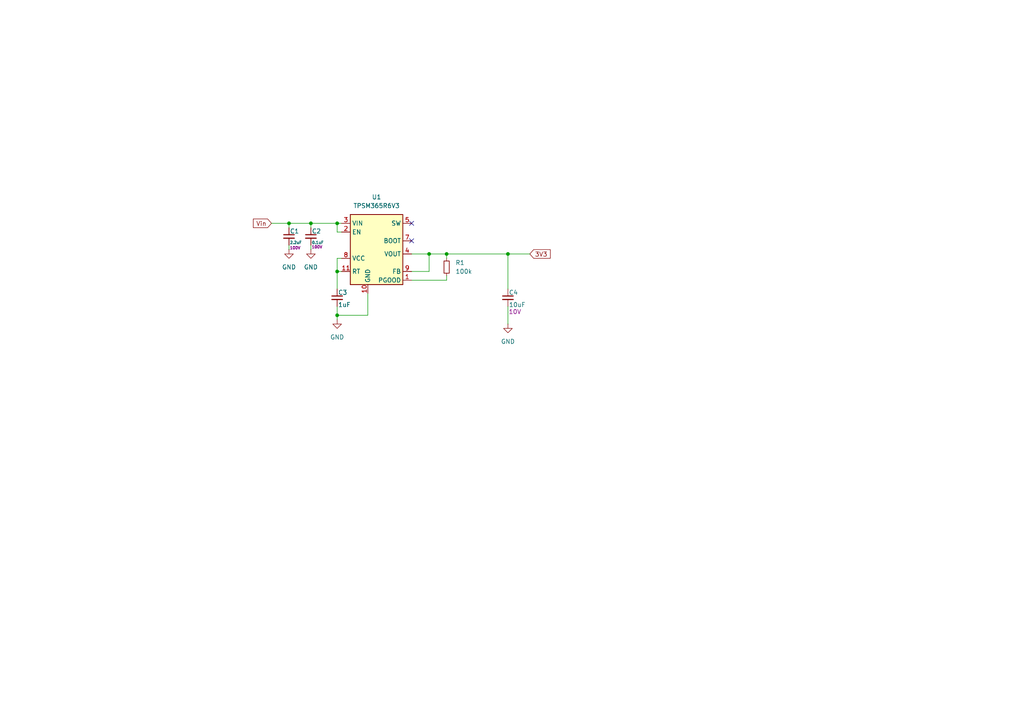
<source format=kicad_sch>
(kicad_sch (version 20231120) (generator "eeschema") (generator_version "8.0")
  (paper "A4")
  (lib_symbols
    (symbol "Device:C_Small" (pin_numbers hide) (pin_names (offset 0.254) hide)
      (property "Reference" "C" (at 0.254 1.778 0))
      (property "Value" "C_Small" (at 0.254 -2.032 0))
      (symbol "C_Small_0_1"
        (polyline (pts (xy -1.524 -0.508) (xy 1.524 -0.508)) (stroke (width 0.3302)))
        (polyline (pts (xy -1.524 0.508) (xy 1.524 0.508)) (stroke (width 0.3048)))
      )
      (symbol "C_Small_1_1"
        (pin passive line (at 0 2.54 270) (length 2.032) (name "~") (number "1"))
        (pin passive line (at 0 -2.54 90) (length 2.032) (name "~") (number "2"))
      )
    )
    (symbol "Device:R_Small" (pin_numbers hide) (pin_names (offset 0.254) hide)
      (property "Reference" "R" (at 0.762 0.508 0))
      (property "Value" "R_Small" (at 0.762 -1.016 0))
      (symbol "R_Small_0_1"
        (rectangle (start -0.762 1.778) (end 0.762 -1.778) (stroke (width 0.2032)))
      )
      (symbol "R_Small_1_1"
        (pin passive line (at 0 2.54 270) (length 0.762) (name "~") (number "1"))
        (pin passive line (at 0 -2.54 90) (length 0.762) (name "~") (number "2"))
      )
    )
    (symbol "Enerwize:TPSM365R6"
      (property "Reference" "U" (at 0 15.24 0))
      (property "Value" " TPSM365R6" (at -6.858 11.938 0))
      (symbol "TPSM365R6_0_1"
        (rectangle (start -7.62 10.16) (end 7.62 -10.16) (stroke (width 0.254)) (fill (type background)))
      )
      (symbol "TPSM365R6_1_1"
        (pin open_collector line (at 10.16 -8.89 180) (length 2.54) (name "PGOOD") (number "1"))
        (pin power_in line (at -2.54 -12.7 90) (length 2.54) (name "GND") (number "10"))
        (pin passive line (at -10.16 -6.35 0) (length 2.54) (name "RT") (number "11"))
        (pin input line (at -10.16 5.08 0) (length 2.54) (name "EN") (number "2"))
        (pin power_in line (at -10.16 7.62 0) (length 2.54) (name "VIN") (number "3"))
        (pin power_out line (at 10.16 -1.27 180) (length 2.54) (name "VOUT") (number "4"))
        (pin power_out line (at 10.16 7.62 180) (length 2.54) (name "SW") (number "5"))
        (pin power_out line (at 10.16 7.62 180) (length 2.54) hide (name "SW") (number "6"))
        (pin power_out line (at 10.16 2.54 180) (length 2.54) (name "BOOT") (number "7"))
        (pin passive line (at -10.16 -2.54 0) (length 2.54) (name "VCC") (number "8"))
        (pin input line (at 10.16 -6.35 180) (length 2.54) (name "FB") (number "9"))
      )
    )
    (symbol "power:GND" (power) (pin_numbers hide) (pin_names (offset 0) hide)
      (property "Value" "GND" (at 0 -3.81 0))
      (symbol "GND_0_1"
        (polyline (pts (xy 0 0) (xy 0 -1.27) (xy 1.27 -1.27) (xy 0 -2.54) (xy -1.27 -1.27) (xy 0 -1.27)))
      )
      (symbol "GND_1_1"
        (pin power_in line (at 0 0 270) (length 0) (name "~") (number "1"))
      )
    )
  )
  (junction (at 129.54 73.66))
  (junction (at 97.79 64.77))
  (junction (at 124.46 73.66))
  (junction (at 90.17 64.77))
  (junction (at 97.79 91.44))
  (junction (at 83.82 64.77))
  (junction (at 97.79 78.74))
  (junction (at 147.32 73.66))
  (no_connect (at 119.38 64.77))
  (no_connect (at 119.38 69.85))
  (wire (pts (xy 97.79 91.44) (xy 97.79 92.71)))
  (wire (pts (xy 129.54 73.66) (xy 124.46 73.66)))
  (wire (pts (xy 106.68 91.44) (xy 97.79 91.44)))
  (wire (pts (xy 90.17 64.77) (xy 97.79 64.77)))
  (wire (pts (xy 90.17 71.12) (xy 90.17 72.39)))
  (wire (pts (xy 147.32 93.98) (xy 147.32 88.9)))
  (wire (pts (xy 124.46 78.74) (xy 124.46 73.66)))
  (wire (pts (xy 97.79 74.93) (xy 97.79 78.74)))
  (wire (pts (xy 147.32 73.66) (xy 153.67 73.66)))
  (wire (pts (xy 129.54 74.93) (xy 129.54 73.66)))
  (wire (pts (xy 90.17 64.77) (xy 90.17 66.04)))
  (wire (pts (xy 97.79 88.9) (xy 97.79 91.44)))
  (wire (pts (xy 97.79 78.74) (xy 97.79 83.82)))
  (wire (pts (xy 129.54 73.66) (xy 147.32 73.66)))
  (wire (pts (xy 106.68 85.09) (xy 106.68 91.44)))
  (wire (pts (xy 97.79 64.77) (xy 97.79 67.31)))
  (wire (pts (xy 129.54 80.01) (xy 129.54 81.28)))
  (wire (pts (xy 97.79 78.74) (xy 99.06 78.74)))
  (wire (pts (xy 78.74 64.77) (xy 83.82 64.77)))
  (wire (pts (xy 83.82 64.77) (xy 90.17 64.77)))
  (wire (pts (xy 147.32 73.66) (xy 147.32 83.82)))
  (wire (pts (xy 83.82 71.12) (xy 83.82 72.39)))
  (wire (pts (xy 99.06 74.93) (xy 97.79 74.93)))
  (wire (pts (xy 83.82 64.77) (xy 83.82 66.04)))
  (wire (pts (xy 97.79 64.77) (xy 99.06 64.77)))
  (wire (pts (xy 124.46 73.66) (xy 119.38 73.66)))
  (wire (pts (xy 119.38 78.74) (xy 124.46 78.74)))
  (wire (pts (xy 97.79 67.31) (xy 99.06 67.31)))
  (wire (pts (xy 129.54 81.28) (xy 119.38 81.28)))
  (global_label "Vin" (shape input) (at 78.74 64.77 180) (property "Intersheetrefs" "${INTERSHEET_REFS}" (effects (hide yes))))
  (global_label "3V3" (shape input) (at 153.67 73.66 0) (property "Intersheetrefs" "${INTERSHEET_REFS}" (effects (hide yes))))
  (symbol (lib_id "Device:R_Small") (at 129.54 77.47 0) (unit 1)
    (property "Reference" "R1" (at 132.08 76.1999 0) (effects (justify left)))
    (property "Value" "100k" (at 132.08 78.7399 0) (effects (justify left)))
    (property "Footprint" "Resistor_SMD:R_0603_1608Metric" (effects (hide yes)))
    (property "Description" "Resistor, small symbol" (effects (hide yes)))
    (property "LCSC Part #" "C14675" (effects (hide yes)))
    (instances (project "" (path "" (reference "R1") (unit 1))) (project "" (path "" (reference "R6") (unit 1))))
  )
  (symbol (lib_id "Enerwize:TPSM365R6") (at 109.22 72.39 0) (unit 1)
    (property "Reference" "U1" (at 109.22 57.15 0))
    (property "Value" "TPSM365R6V3" (at 109.22 59.69 0))
    (property "Footprint" "Enerwize:QFN-FCMOD - 2.1 mm max height" (effects (hide yes)))
    (property "Datasheet" "https://www.ti.com/lit/ds/symlink/tpsm365r6.pdf" (effects (hide yes)))
    (property "Description" "65-V input, 600mA, stepdown, DC/DC converter" (effects (hide yes)))
    (property "LCSC Part #" "C18208843" (effects (hide yes)))
    (instances (project "" (path "" (reference "U1") (unit 1))) (project "" (path "" (reference "U2") (unit 1))))
  )
  (symbol (lib_id "Device:C_Small") (at 90.17 68.58 0) (unit 1)
    (property "Reference" "C2" (at 90.424 67.056 0) (effects (justify left)))
    (property "Value" "0.1uF" (at 90.424 70.358 0) (effects (font (size 0.8 0.8)) (justify left)))
    (property "Footprint" "Capacitor_SMD:C_0603_1608Metric" (effects (hide yes)))
    (property "Description" "Unpolarized capacitor, small symbol" (effects (hide yes)))
    (property "Voltage" "100V" (at 91.948 71.628 0) (effects (font (size 0.8 0.8))))
    (property "LCSC Part #" "C696916" (effects (hide yes)))
    (instances (project "" (path "" (reference "C2") (unit 1))) (project "" (path "" (reference "C5") (unit 1))))
  )
  (symbol (lib_id "power:GND") (at 83.82 72.39 0) (unit 1)
    (property "Reference" "#PWR01" (effects (hide yes)))
    (property "Value" "GND" (at 83.82 77.47 0))
    (property "Description" "Power symbol creates a global label with name \"GND\" , ground" (effects (hide yes)))
    (instances (project "" (path "" (reference "#PWR01") (unit 1))) (project "" (path "" (reference "#PWR02") (unit 1))))
  )
  (symbol (lib_id "Device:C_Small") (at 83.82 68.58 0) (unit 1)
    (property "Reference" "C1" (at 84.074 67.056 0) (effects (justify left)))
    (property "Value" "2.2uF" (at 84.074 70.358 0) (effects (font (size 0.8 0.8)) (justify left)))
    (property "Footprint" "Capacitor_SMD:C_0805_2012Metric" (effects (hide yes)))
    (property "Description" "Unpolarized capacitor, small symbol" (effects (hide yes)))
    (property "Voltage" "100V" (at 85.598 71.882 0) (effects (font (size 0.8 0.8))))
    (property "LCSC Part #" "C22367838" (effects (hide yes)))
  )
  (symbol (lib_id "power:GND") (at 90.17 72.39 0) (unit 1)
    (property "Reference" "#PWR02" (effects (hide yes)))
    (property "Value" "GND" (at 90.17 77.47 0))
    (property "Description" "Power symbol creates a global label with name \"GND\" , ground" (effects (hide yes)))
    (instances (project "opto-relay" (path "" (reference "#PWR02") (unit 1))) (project "opto-relay" (path "" (reference "#PWR05") (unit 1))))
  )
  (symbol (lib_id "power:GND") (at 97.79 92.71 0) (unit 1)
    (property "Reference" "#PWR03" (effects (hide yes)))
    (property "Value" "GND" (at 97.79 97.79 0))
    (property "Description" "Power symbol creates a global label with name \"GND\" , ground" (effects (hide yes)))
    (instances (project "opto-relay" (path "" (reference "#PWR03") (unit 1))) (project "opto-relay" (path "" (reference "#PWR07") (unit 1))))
  )
  (symbol (lib_id "power:GND") (at 147.32 93.98 0) (unit 1)
    (property "Reference" "#PWR04" (effects (hide yes)))
    (property "Value" "GND" (at 147.32 99.06 0))
    (property "Description" "Power symbol creates a global label with name \"GND\" , ground" (effects (hide yes)))
    (instances (project "opto-relay" (path "" (reference "#PWR04") (unit 1))) (project "opto-relay" (path "" (reference "#PWR015") (unit 1))))
  )
  (symbol (lib_id "Device:C_Small") (at 97.79 86.36 0) (unit 1)
    (property "Reference" "C3" (at 98.044 84.836 0) (effects (justify left)))
    (property "Value" "1uF" (at 98.044 88.392 0) (effects (justify left)))
    (property "Footprint" "Capacitor_SMD:C_0603_1608Metric" (effects (hide yes)))
    (property "Description" "Unpolarized capacitor, small symbol" (effects (hide yes)))
    (property "LCSC Part #" "C6119860 " (effects (hide yes)))
    (property "Voltage" "16V" (effects (hide yes)))
    (instances (project "" (path "" (reference "C3") (unit 1))) (project "" (path "" (reference "C6") (unit 1))))
  )
  (symbol (lib_id "Device:C_Small") (at 147.32 86.36 0) (unit 1)
    (property "Reference" "C4" (at 147.574 84.836 0) (effects (justify left)))
    (property "Value" "10uF" (at 147.574 88.392 0) (effects (justify left)))
    (property "Footprint" "Capacitor_SMD:C_0603_1608Metric" (effects (hide yes)))
    (property "Description" "Unpolarized capacitor, small symbol" (effects (hide yes)))
    (property "Voltage" "10V" (at 149.352 90.424 0))
    (property "LCSC Part #" "C2959727" (effects (hide yes)))
    (instances (project "" (path "" (reference "C4") (unit 1))) (project "" (path "" (reference "C7") (unit 1))))
  )
)
</source>
